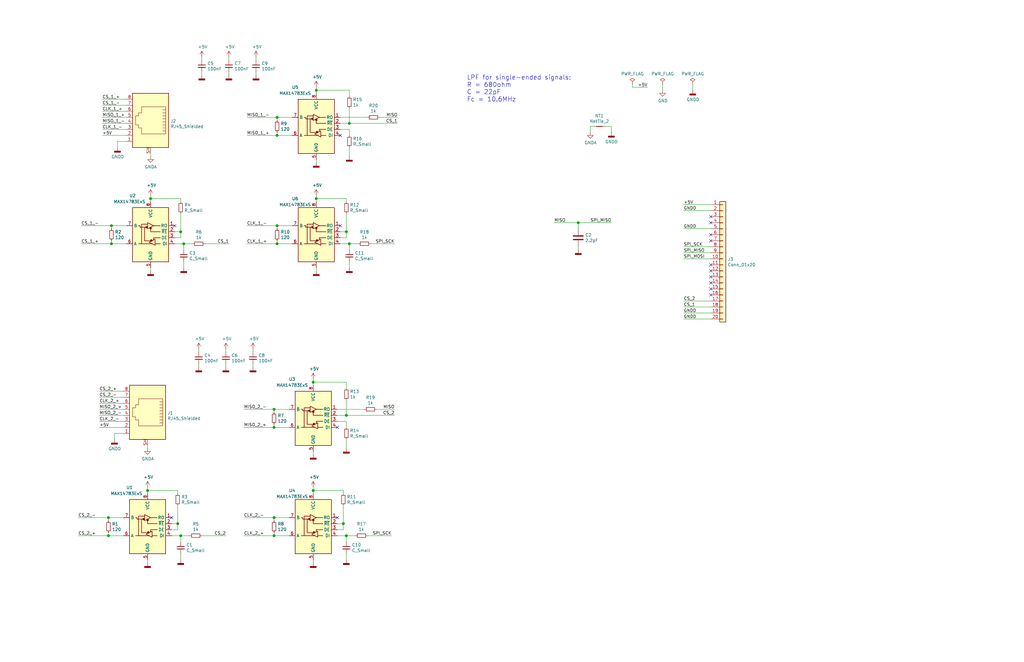
<source format=kicad_sch>
(kicad_sch (version 20200828) (generator eeschema)
  (page 1 1)
  (paper "B")
  (title_block (title "Differential SPI Encoder Master") (date "2019-11-06") (rev "2"))
  (lib_symbols
    (symbol "Connector:RJ45_Shielded" (pin_names (offset 1.016))
      (property "Reference" "J" (at -5.08 13.97 0))
      (property "Value" "RJ45_Shielded" (at 2.54 13.97 0))
      (symbol "RJ45_Shielded_0_1"
        (rectangle (start 7.62 12.7) (end -7.62 -10.16) (stroke (width 0.254)) (fill (type background)))
        (polyline (pts (xy -5.08 4.445) (xy -6.35 4.445)))
        (polyline (pts (xy -5.08 5.715) (xy -6.35 5.715)))
        (polyline (pts (xy -6.35 -3.175) (xy -5.08 -3.175) (xy -5.08 -3.175)))
        (polyline (pts (xy -6.35 -1.905) (xy -5.08 -1.905) (xy -5.08 -1.905)))
        (polyline (pts (xy -6.35 -0.635) (xy -5.08 -0.635) (xy -5.08 -0.635)))
        (polyline (pts (xy -6.35 0.635) (xy -5.08 0.635) (xy -5.08 0.635)))
        (polyline (pts (xy -6.35 1.905) (xy -5.08 1.905) (xy -5.08 1.905)))
        (polyline (pts (xy -5.08 3.175) (xy -6.35 3.175) (xy -6.35 3.175)))
        (polyline (pts (xy -6.35 -4.445) (xy -6.35 6.985) (xy 3.81 6.985) (xy 3.81 4.445) (xy 5.08 4.445) (xy 5.08 3.175) (xy 6.35 3.175) (xy 6.35 -0.635) (xy 5.08 -0.635) (xy 5.08 -1.905) (xy 3.81 -1.905) (xy 3.81 -4.445) (xy -6.35 -4.445) (xy -6.35 -4.445)))
      )
      (symbol "RJ45_Shielded_1_1"
        (pin passive line (at 10.16 -7.62 180) (length 2.54) (name "~") (number "1"))
        (pin passive line (at 10.16 -5.08 180) (length 2.54) (name "~") (number "2"))
        (pin passive line (at 10.16 -2.54 180) (length 2.54) (name "~") (number "3"))
        (pin passive line (at 10.16 0 180) (length 2.54) (name "~") (number "4"))
        (pin passive line (at 10.16 2.54 180) (length 2.54) (name "~") (number "5"))
        (pin passive line (at 10.16 5.08 180) (length 2.54) (name "~") (number "6"))
        (pin passive line (at 10.16 7.62 180) (length 2.54) (name "~") (number "7"))
        (pin passive line (at 10.16 10.16 180) (length 2.54) (name "~") (number "8"))
        (pin passive line (at 0 -12.7 90) (length 2.54) (name "~") (number "SH"))
      )
    )
    (symbol "Connector_Generic:Conn_01x20" (pin_names (offset 1.016) hide)
      (property "Reference" "J" (at 0 25.4 0))
      (property "Value" "Conn_01x20" (at 0 -27.94 0))
      (symbol "Conn_01x20_1_1"
        (rectangle (start -1.27 -4.953) (end 0 -5.207) (stroke (width 0.1524)))
        (rectangle (start -1.27 -7.493) (end 0 -7.747) (stroke (width 0.1524)))
        (rectangle (start -1.27 -10.033) (end 0 -10.287) (stroke (width 0.1524)))
        (rectangle (start -1.27 -12.573) (end 0 -12.827) (stroke (width 0.1524)))
        (rectangle (start -1.27 -15.113) (end 0 -15.367) (stroke (width 0.1524)))
        (rectangle (start -1.27 -17.653) (end 0 -17.907) (stroke (width 0.1524)))
        (rectangle (start -1.27 -20.193) (end 0 -20.447) (stroke (width 0.1524)))
        (rectangle (start -1.27 -22.733) (end 0 -22.987) (stroke (width 0.1524)))
        (rectangle (start -1.27 -2.413) (end 0 -2.667) (stroke (width 0.1524)))
        (rectangle (start -1.27 -25.273) (end 0 -25.527) (stroke (width 0.1524)))
        (rectangle (start -1.27 2.667) (end 0 2.413) (stroke (width 0.1524)))
        (rectangle (start -1.27 5.207) (end 0 4.953) (stroke (width 0.1524)))
        (rectangle (start -1.27 7.747) (end 0 7.493) (stroke (width 0.1524)))
        (rectangle (start -1.27 10.287) (end 0 10.033) (stroke (width 0.1524)))
        (rectangle (start -1.27 0.127) (end 0 -0.127) (stroke (width 0.1524)))
        (rectangle (start -1.27 12.827) (end 0 12.573) (stroke (width 0.1524)))
        (rectangle (start -1.27 15.367) (end 0 15.113) (stroke (width 0.1524)))
        (rectangle (start -1.27 17.907) (end 0 17.653) (stroke (width 0.1524)))
        (rectangle (start -1.27 20.447) (end 0 20.193) (stroke (width 0.1524)))
        (rectangle (start -1.27 22.987) (end 0 22.733) (stroke (width 0.1524)))
        (rectangle (start -1.27 24.13) (end 1.27 -26.67) (stroke (width 0.254)) (fill (type background)))
        (pin passive line (at -5.08 22.86 0) (length 3.81) (name "Pin_1") (number "1"))
        (pin passive line (at -5.08 0 0) (length 3.81) (name "Pin_10") (number "10"))
        (pin passive line (at -5.08 -2.54 0) (length 3.81) (name "Pin_11") (number "11"))
        (pin passive line (at -5.08 -5.08 0) (length 3.81) (name "Pin_12") (number "12"))
        (pin passive line (at -5.08 -7.62 0) (length 3.81) (name "Pin_13") (number "13"))
        (pin passive line (at -5.08 -10.16 0) (length 3.81) (name "Pin_14") (number "14"))
        (pin passive line (at -5.08 -12.7 0) (length 3.81) (name "Pin_15") (number "15"))
        (pin passive line (at -5.08 -15.24 0) (length 3.81) (name "Pin_16") (number "16"))
        (pin passive line (at -5.08 -17.78 0) (length 3.81) (name "Pin_17") (number "17"))
        (pin passive line (at -5.08 -20.32 0) (length 3.81) (name "Pin_18") (number "18"))
        (pin passive line (at -5.08 -22.86 0) (length 3.81) (name "Pin_19") (number "19"))
        (pin passive line (at -5.08 20.32 0) (length 3.81) (name "Pin_2") (number "2"))
        (pin passive line (at -5.08 -25.4 0) (length 3.81) (name "Pin_20") (number "20"))
        (pin passive line (at -5.08 17.78 0) (length 3.81) (name "Pin_3") (number "3"))
        (pin passive line (at -5.08 15.24 0) (length 3.81) (name "Pin_4") (number "4"))
        (pin passive line (at -5.08 12.7 0) (length 3.81) (name "Pin_5") (number "5"))
        (pin passive line (at -5.08 10.16 0) (length 3.81) (name "Pin_6") (number "6"))
        (pin passive line (at -5.08 7.62 0) (length 3.81) (name "Pin_7") (number "7"))
        (pin passive line (at -5.08 5.08 0) (length 3.81) (name "Pin_8") (number "8"))
        (pin passive line (at -5.08 2.54 0) (length 3.81) (name "Pin_9") (number "9"))
      )
    )
    (symbol "Device:C" (pin_numbers hide) (pin_names (offset 0.254))
      (property "Reference" "C" (at 0.635 2.54 0))
      (property "Value" "C" (at 0.635 -2.54 0))
      (symbol "C_0_1"
        (polyline (pts (xy -2.032 -0.762) (xy 2.032 -0.762)) (stroke (width 0.508)))
        (polyline (pts (xy -2.032 0.762) (xy 2.032 0.762)) (stroke (width 0.508)))
      )
      (symbol "C_1_1"
        (pin passive line (at 0 3.81 270) (length 2.794) (name "~") (number "1"))
        (pin passive line (at 0 -3.81 90) (length 2.794) (name "~") (number "2"))
      )
    )
    (symbol "Device:C_Small" (pin_numbers hide) (pin_names (offset 0.254) hide)
      (property "Reference" "C" (at 0.254 1.778 0))
      (property "Value" "C_Small" (at 0.254 -2.032 0))
      (symbol "C_Small_0_1"
        (polyline (pts (xy -1.524 -0.508) (xy 1.524 -0.508)) (stroke (width 0.3302)))
        (polyline (pts (xy -1.524 0.508) (xy 1.524 0.508)) (stroke (width 0.3048)))
      )
      (symbol "C_Small_1_1"
        (pin passive line (at 0 2.54 270) (length 2.032) (name "~") (number "1"))
        (pin passive line (at 0 -2.54 90) (length 2.032) (name "~") (number "2"))
      )
    )
    (symbol "Device:NetTie_2" (pin_numbers hide) (pin_names (offset 0) hide)
      (property "Reference" "NT" (at 0 1.27 0))
      (property "Value" "NetTie_2" (at 0 -1.27 0))
      (symbol "NetTie_2_0_1"
        (polyline (pts (xy -1.27 0) (xy 1.27 0)) (stroke (width 0.254)))
      )
      (symbol "NetTie_2_1_1"
        (pin passive line (at -2.54 0 0) (length 2.54) (name "1") (number "1"))
        (pin passive line (at 2.54 0 180) (length 2.54) (name "2") (number "2"))
      )
    )
    (symbol "Device:R_Small" (pin_numbers hide) (pin_names (offset 0.254) hide)
      (property "Reference" "R" (at 0.762 0.508 0))
      (property "Value" "R_Small" (at 0.762 -1.016 0))
      (symbol "R_Small_0_1"
        (rectangle (start -0.762 1.778) (end 0.762 -1.778) (stroke (width 0.2032)))
      )
      (symbol "R_Small_1_1"
        (pin passive line (at 0 2.54 270) (length 0.762) (name "~") (number "1"))
        (pin passive line (at 0 -2.54 90) (length 0.762) (name "~") (number "2"))
      )
    )
    (symbol "Interface_UART:MAX14783ExS"
      (property "Reference" "U" (at -6.096 11.43 0))
      (property "Value" "MAX14783ExS" (at 0.762 11.43 0))
      (symbol "MAX14783ExS_0_1"
        (circle (center -0.3048 -3.683) (radius 0.3556) (stroke (width 0.254)) (fill (type outline)))
        (circle (center -0.0254 1.4986) (radius 0.3556) (stroke (width 0.254)) (fill (type outline)))
        (circle (center 1.651 1.905) (radius 0.3556) (stroke (width 0.254)) (fill (type outline)))
        (rectangle (start -7.62 10.16) (end 7.62 -12.7) (stroke (width 0.254)) (fill (type background)))
        (rectangle (start 1.27 3.175) (end 1.27 3.175))
        (polyline (pts (xy -4.064 -5.08) (xy -1.905 -5.08)) (stroke (width 0.254)))
        (polyline (pts (xy -4.064 2.54) (xy -1.27 2.54)) (stroke (width 0.254)))
        (polyline (pts (xy -1.27 -3.2004) (xy -1.27 -3.4544)) (stroke (width 0.254)))
        (polyline (pts (xy -0.635 -5.08) (xy 5.08 -5.08)) (stroke (width 0.254)))
        (polyline (pts (xy -4.064 -2.54) (xy -1.27 -2.54) (xy -1.27 -3.175)) (stroke (width 0.254)))
        (polyline (pts (xy 0 1.27) (xy 0 0) (xy -4.064 0)) (stroke (width 0.254)))
        (polyline (pts (xy 1.27 3.175) (xy 3.81 3.175) (xy 3.81 -5.08)) (stroke (width 0.254)))
        (polyline (pts (xy 2.54 1.905) (xy 2.54 -3.81) (xy 0 -3.81)) (stroke (width 0.254)))
        (polyline (pts (xy -1.905 -3.175) (xy -1.905 -5.715) (xy 0.635 -4.445) (xy -1.905 -3.175)) (stroke (width 0.254)))
        (polyline (pts (xy -1.27 2.54) (xy 1.27 3.81) (xy 1.27 1.27) (xy -1.27 2.54)) (stroke (width 0.254)))
        (polyline (pts (xy 1.905 1.905) (xy 4.445 1.905) (xy 4.445 2.54) (xy 5.08 2.54)) (stroke (width 0.254)))
      )
      (symbol "MAX14783ExS_1_1"
        (pin output line (at -10.16 2.54 0) (length 2.54) (name "RO") (number "1"))
        (pin input line (at -10.16 0 0) (length 2.54) (name "~RE") (number "2"))
        (pin input line (at -10.16 -2.54 0) (length 2.54) (name "DE") (number "3"))
        (pin input line (at -10.16 -5.08 0) (length 2.54) (name "DI") (number "4"))
        (pin power_in line (at 0 -15.24 90) (length 2.54) (name "GND") (number "5"))
        (pin bidirectional line (at 10.16 -5.08 180) (length 2.54) (name "A") (number "6"))
        (pin bidirectional line (at 10.16 2.54 180) (length 2.54) (name "B") (number "7"))
        (pin power_in line (at 0 12.7 270) (length 2.54) (name "VCC") (number "8"))
      )
    )
    (symbol "power:+5V" (power) (pin_names (offset 0))
      (property "Value" "+5V" (at 0 3.556 0))
      (symbol "+5V_0_1"
        (polyline (pts (xy -0.762 1.27) (xy 0 2.54)))
        (polyline (pts (xy 0 0) (xy 0 2.54)))
        (polyline (pts (xy 0 2.54) (xy 0.762 1.27)))
      )
      (symbol "+5V_1_1"
        (pin power_in line (at 0 0 90) (length 0) hide (name "+5V") (number "1"))
      )
    )
    (symbol "power:GND" (power) (pin_names (offset 0))
      (property "Value" "GND" (at 0 -3.81 0))
      (symbol "GND_0_1"
        (polyline (pts (xy 0 0) (xy 0 -1.27) (xy 1.27 -1.27) (xy 0 -2.54) (xy -1.27 -1.27) (xy 0 -1.27)))
      )
      (symbol "GND_1_1"
        (pin power_in line (at 0 0 270) (length 0) hide (name "GND") (number "1"))
      )
    )
    (symbol "power:GNDA" (power) (pin_names (offset 0))
      (property "Value" "GNDA" (at 0 -3.81 0))
      (symbol "GNDA_0_1"
        (polyline (pts (xy 0 0) (xy 0 -1.27) (xy 1.27 -1.27) (xy 0 -2.54) (xy -1.27 -1.27) (xy 0 -1.27)))
      )
      (symbol "GNDA_1_1"
        (pin power_in line (at 0 0 270) (length 0) hide (name "GNDA") (number "1"))
      )
    )
    (symbol "power:GNDD" (power) (pin_names (offset 0))
      (property "Value" "GNDD" (at 0 -3.175 0))
      (symbol "GNDD_0_1"
        (rectangle (start -1.27 -1.524) (end 1.27 -2.032) (stroke (width 0.254)) (fill (type outline)))
        (polyline (pts (xy 0 0) (xy 0 -1.524)))
      )
      (symbol "GNDD_1_1"
        (pin power_in line (at 0 0 270) (length 0) hide (name "GNDD") (number "1"))
      )
    )
    (symbol "power:PWR_FLAG" (power) (pin_numbers hide) (pin_names (offset 0) hide)
      (property "Value" "PWR_FLAG" (at 0 3.81 0))
      (symbol "PWR_FLAG_0_1"
        (polyline (pts (xy 0 0) (xy 0 1.27) (xy -1.016 1.905) (xy 0 2.54) (xy 1.016 1.905) (xy 0 1.27)))
      )
      (symbol "PWR_FLAG_0_0"
        (pin power_out line (at 0 0 90) (length 0) (name "pwr") (number "1"))
      )
    )
  )
  (junction (at 45.72 218.44) (diameter 1.016))
  (junction (at 45.72 226.06) (diameter 1.016))
  (junction (at 46.99 95.25) (diameter 1.016))
  (junction (at 46.99 102.87) (diameter 1.016))
  (junction (at 62.23 207.01) (diameter 1.016))
  (junction (at 63.5 83.82) (diameter 1.016))
  (junction (at 74.93 220.98) (diameter 1.016))
  (junction (at 76.2 97.79) (diameter 1.016))
  (junction (at 76.2 226.06) (diameter 1.016))
  (junction (at 77.47 102.87) (diameter 1.016))
  (junction (at 115.57 172.72) (diameter 1.016))
  (junction (at 115.57 180.34) (diameter 1.016))
  (junction (at 115.57 218.44) (diameter 1.016))
  (junction (at 115.57 226.06) (diameter 1.016))
  (junction (at 116.84 49.53) (diameter 1.016))
  (junction (at 116.84 57.15) (diameter 1.016))
  (junction (at 116.84 95.25) (diameter 1.016))
  (junction (at 116.84 102.87) (diameter 1.016))
  (junction (at 132.08 161.29) (diameter 1.016))
  (junction (at 132.08 207.01) (diameter 1.016))
  (junction (at 133.35 38.1) (diameter 1.016))
  (junction (at 133.35 83.82) (diameter 1.016))
  (junction (at 144.78 220.98) (diameter 1.016))
  (junction (at 146.05 97.79) (diameter 1.016))
  (junction (at 146.05 175.26) (diameter 1.016))
  (junction (at 146.05 226.06) (diameter 1.016))
  (junction (at 147.32 52.07) (diameter 1.016))
  (junction (at 147.32 102.87) (diameter 1.016))
  (junction (at 243.84 93.98) (diameter 1.016))
  (no_connect (at 299.72 119.38))
  (no_connect (at 299.72 91.44))
  (no_connect (at 299.72 121.92))
  (no_connect (at 72.39 218.44))
  (no_connect (at 299.72 116.84))
  (no_connect (at 142.24 218.44))
  (no_connect (at 299.72 99.06))
  (no_connect (at 299.72 111.76))
  (no_connect (at 142.24 180.34))
  (no_connect (at 143.51 95.25))
  (no_connect (at 73.66 95.25))
  (no_connect (at 299.72 93.98))
  (no_connect (at 299.72 101.6))
  (no_connect (at 299.72 114.3))
  (no_connect (at 143.51 57.15))
  (no_connect (at 299.72 124.46))
  (wire (pts (xy 41.91 165.1) (xy 52.07 165.1)))
  (wire (pts (xy 41.91 167.64) (xy 52.07 167.64)))
  (wire (pts (xy 41.91 170.18) (xy 52.07 170.18)))
  (wire (pts (xy 41.91 172.72) (xy 52.07 172.72)))
  (wire (pts (xy 41.91 175.26) (xy 52.07 175.26)))
  (wire (pts (xy 41.91 177.8) (xy 52.07 177.8)))
  (wire (pts (xy 41.91 180.34) (xy 52.07 180.34)))
  (wire (pts (xy 43.18 41.91) (xy 53.34 41.91)))
  (wire (pts (xy 43.18 44.45) (xy 53.34 44.45)))
  (wire (pts (xy 43.18 46.99) (xy 53.34 46.99)))
  (wire (pts (xy 43.18 49.53) (xy 53.34 49.53)))
  (wire (pts (xy 43.18 52.07) (xy 53.34 52.07)))
  (wire (pts (xy 43.18 54.61) (xy 53.34 54.61)))
  (wire (pts (xy 43.18 57.15) (xy 53.34 57.15)))
  (wire (pts (xy 45.72 218.44) (xy 33.02 218.44)))
  (wire (pts (xy 45.72 218.44) (xy 52.07 218.44)))
  (wire (pts (xy 45.72 219.71) (xy 45.72 218.44)))
  (wire (pts (xy 45.72 224.79) (xy 45.72 226.06)))
  (wire (pts (xy 45.72 226.06) (xy 33.02 226.06)))
  (wire (pts (xy 45.72 226.06) (xy 52.07 226.06)))
  (wire (pts (xy 46.99 95.25) (xy 34.29 95.25)))
  (wire (pts (xy 46.99 95.25) (xy 53.34 95.25)))
  (wire (pts (xy 46.99 96.52) (xy 46.99 95.25)))
  (wire (pts (xy 46.99 101.6) (xy 46.99 102.87)))
  (wire (pts (xy 46.99 102.87) (xy 34.29 102.87)))
  (wire (pts (xy 46.99 102.87) (xy 53.34 102.87)))
  (wire (pts (xy 48.26 182.88) (xy 52.07 182.88)))
  (wire (pts (xy 48.26 185.42) (xy 48.26 182.88)))
  (wire (pts (xy 49.53 59.69) (xy 53.34 59.69)))
  (wire (pts (xy 49.53 62.23) (xy 49.53 59.69)))
  (wire (pts (xy 62.23 189.23) (xy 62.23 187.96)))
  (wire (pts (xy 62.23 205.74) (xy 62.23 207.01)))
  (wire (pts (xy 62.23 207.01) (xy 62.23 208.28)))
  (wire (pts (xy 62.23 236.22) (xy 62.23 237.49)))
  (wire (pts (xy 63.5 66.04) (xy 63.5 64.77)))
  (wire (pts (xy 63.5 82.55) (xy 63.5 83.82)))
  (wire (pts (xy 63.5 83.82) (xy 63.5 85.09)))
  (wire (pts (xy 63.5 113.03) (xy 63.5 114.3)))
  (wire (pts (xy 72.39 220.98) (xy 74.93 220.98)))
  (wire (pts (xy 72.39 226.06) (xy 76.2 226.06)))
  (wire (pts (xy 73.66 97.79) (xy 76.2 97.79)))
  (wire (pts (xy 73.66 102.87) (xy 77.47 102.87)))
  (wire (pts (xy 74.93 207.01) (xy 62.23 207.01)))
  (wire (pts (xy 74.93 208.28) (xy 74.93 207.01)))
  (wire (pts (xy 74.93 213.36) (xy 74.93 220.98)))
  (wire (pts (xy 74.93 220.98) (xy 74.93 223.52)))
  (wire (pts (xy 74.93 223.52) (xy 72.39 223.52)))
  (wire (pts (xy 76.2 83.82) (xy 63.5 83.82)))
  (wire (pts (xy 76.2 85.09) (xy 76.2 83.82)))
  (wire (pts (xy 76.2 90.17) (xy 76.2 97.79)))
  (wire (pts (xy 76.2 97.79) (xy 76.2 100.33)))
  (wire (pts (xy 76.2 100.33) (xy 73.66 100.33)))
  (wire (pts (xy 76.2 228.6) (xy 76.2 226.06)))
  (wire (pts (xy 76.2 236.22) (xy 76.2 233.68)))
  (wire (pts (xy 77.47 105.41) (xy 77.47 102.87)))
  (wire (pts (xy 77.47 113.03) (xy 77.47 110.49)))
  (wire (pts (xy 80.01 226.06) (xy 76.2 226.06)))
  (wire (pts (xy 81.28 102.87) (xy 77.47 102.87)))
  (wire (pts (xy 83.82 147.32) (xy 83.82 148.59)))
  (wire (pts (xy 83.82 154.94) (xy 83.82 153.67)))
  (wire (pts (xy 85.09 24.13) (xy 85.09 25.4)))
  (wire (pts (xy 85.09 31.75) (xy 85.09 30.48)))
  (wire (pts (xy 85.09 226.06) (xy 95.25 226.06)))
  (wire (pts (xy 86.36 102.87) (xy 96.52 102.87)))
  (wire (pts (xy 95.25 147.32) (xy 95.25 148.59)))
  (wire (pts (xy 95.25 153.67) (xy 95.25 154.94)))
  (wire (pts (xy 96.52 24.13) (xy 96.52 25.4)))
  (wire (pts (xy 96.52 30.48) (xy 96.52 31.75)))
  (wire (pts (xy 106.68 147.32) (xy 106.68 148.59)))
  (wire (pts (xy 106.68 154.94) (xy 106.68 153.67)))
  (wire (pts (xy 107.95 24.13) (xy 107.95 25.4)))
  (wire (pts (xy 107.95 31.75) (xy 107.95 30.48)))
  (wire (pts (xy 115.57 172.72) (xy 102.87 172.72)))
  (wire (pts (xy 115.57 172.72) (xy 121.92 172.72)))
  (wire (pts (xy 115.57 173.99) (xy 115.57 172.72)))
  (wire (pts (xy 115.57 179.07) (xy 115.57 180.34)))
  (wire (pts (xy 115.57 180.34) (xy 102.87 180.34)))
  (wire (pts (xy 115.57 180.34) (xy 121.92 180.34)))
  (wire (pts (xy 115.57 218.44) (xy 102.87 218.44)))
  (wire (pts (xy 115.57 218.44) (xy 121.92 218.44)))
  (wire (pts (xy 115.57 219.71) (xy 115.57 218.44)))
  (wire (pts (xy 115.57 224.79) (xy 115.57 226.06)))
  (wire (pts (xy 115.57 226.06) (xy 102.87 226.06)))
  (wire (pts (xy 115.57 226.06) (xy 121.92 226.06)))
  (wire (pts (xy 116.84 49.53) (xy 104.14 49.53)))
  (wire (pts (xy 116.84 49.53) (xy 123.19 49.53)))
  (wire (pts (xy 116.84 50.8) (xy 116.84 49.53)))
  (wire (pts (xy 116.84 55.88) (xy 116.84 57.15)))
  (wire (pts (xy 116.84 57.15) (xy 104.14 57.15)))
  (wire (pts (xy 116.84 57.15) (xy 123.19 57.15)))
  (wire (pts (xy 116.84 95.25) (xy 104.14 95.25)))
  (wire (pts (xy 116.84 95.25) (xy 123.19 95.25)))
  (wire (pts (xy 116.84 96.52) (xy 116.84 95.25)))
  (wire (pts (xy 116.84 101.6) (xy 116.84 102.87)))
  (wire (pts (xy 116.84 102.87) (xy 104.14 102.87)))
  (wire (pts (xy 116.84 102.87) (xy 123.19 102.87)))
  (wire (pts (xy 132.08 160.02) (xy 132.08 161.29)))
  (wire (pts (xy 132.08 161.29) (xy 132.08 162.56)))
  (wire (pts (xy 132.08 190.5) (xy 132.08 191.77)))
  (wire (pts (xy 132.08 205.74) (xy 132.08 207.01)))
  (wire (pts (xy 132.08 207.01) (xy 132.08 208.28)))
  (wire (pts (xy 132.08 236.22) (xy 132.08 237.49)))
  (wire (pts (xy 133.35 36.83) (xy 133.35 38.1)))
  (wire (pts (xy 133.35 38.1) (xy 133.35 39.37)))
  (wire (pts (xy 133.35 67.31) (xy 133.35 68.58)))
  (wire (pts (xy 133.35 82.55) (xy 133.35 83.82)))
  (wire (pts (xy 133.35 83.82) (xy 133.35 85.09)))
  (wire (pts (xy 133.35 113.03) (xy 133.35 114.3)))
  (wire (pts (xy 142.24 172.72) (xy 153.67 172.72)))
  (wire (pts (xy 142.24 175.26) (xy 146.05 175.26)))
  (wire (pts (xy 142.24 220.98) (xy 144.78 220.98)))
  (wire (pts (xy 142.24 226.06) (xy 146.05 226.06)))
  (wire (pts (xy 143.51 49.53) (xy 154.94 49.53)))
  (wire (pts (xy 143.51 52.07) (xy 147.32 52.07)))
  (wire (pts (xy 143.51 97.79) (xy 146.05 97.79)))
  (wire (pts (xy 143.51 102.87) (xy 147.32 102.87)))
  (wire (pts (xy 144.78 207.01) (xy 132.08 207.01)))
  (wire (pts (xy 144.78 208.28) (xy 144.78 207.01)))
  (wire (pts (xy 144.78 213.36) (xy 144.78 220.98)))
  (wire (pts (xy 144.78 220.98) (xy 144.78 223.52)))
  (wire (pts (xy 144.78 223.52) (xy 142.24 223.52)))
  (wire (pts (xy 146.05 83.82) (xy 133.35 83.82)))
  (wire (pts (xy 146.05 85.09) (xy 146.05 83.82)))
  (wire (pts (xy 146.05 90.17) (xy 146.05 97.79)))
  (wire (pts (xy 146.05 97.79) (xy 146.05 100.33)))
  (wire (pts (xy 146.05 100.33) (xy 143.51 100.33)))
  (wire (pts (xy 146.05 161.29) (xy 132.08 161.29)))
  (wire (pts (xy 146.05 163.83) (xy 146.05 161.29)))
  (wire (pts (xy 146.05 168.91) (xy 146.05 175.26)))
  (wire (pts (xy 146.05 175.26) (xy 166.37 175.26)))
  (wire (pts (xy 146.05 177.8) (xy 142.24 177.8)))
  (wire (pts (xy 146.05 180.34) (xy 146.05 177.8)))
  (wire (pts (xy 146.05 185.42) (xy 146.05 189.23)))
  (wire (pts (xy 146.05 228.6) (xy 146.05 226.06)))
  (wire (pts (xy 146.05 236.22) (xy 146.05 233.68)))
  (wire (pts (xy 147.32 38.1) (xy 133.35 38.1)))
  (wire (pts (xy 147.32 40.64) (xy 147.32 38.1)))
  (wire (pts (xy 147.32 45.72) (xy 147.32 52.07)))
  (wire (pts (xy 147.32 52.07) (xy 167.64 52.07)))
  (wire (pts (xy 147.32 54.61) (xy 143.51 54.61)))
  (wire (pts (xy 147.32 57.15) (xy 147.32 54.61)))
  (wire (pts (xy 147.32 62.23) (xy 147.32 66.04)))
  (wire (pts (xy 147.32 105.41) (xy 147.32 102.87)))
  (wire (pts (xy 147.32 113.03) (xy 147.32 110.49)))
  (wire (pts (xy 149.86 226.06) (xy 146.05 226.06)))
  (wire (pts (xy 151.13 102.87) (xy 147.32 102.87)))
  (wire (pts (xy 154.94 226.06) (xy 165.1 226.06)))
  (wire (pts (xy 156.21 102.87) (xy 166.37 102.87)))
  (wire (pts (xy 158.75 172.72) (xy 166.37 172.72)))
  (wire (pts (xy 160.02 49.53) (xy 167.64 49.53)))
  (wire (pts (xy 233.68 93.98) (xy 243.84 93.98)))
  (wire (pts (xy 243.84 96.52) (xy 243.84 93.98)))
  (wire (pts (xy 243.84 105.41) (xy 243.84 104.14)))
  (wire (pts (xy 248.92 53.34) (xy 250.19 53.34)))
  (wire (pts (xy 248.92 55.88) (xy 248.92 53.34)))
  (wire (pts (xy 255.27 53.34) (xy 257.81 53.34)))
  (wire (pts (xy 257.81 53.34) (xy 257.81 55.88)))
  (wire (pts (xy 257.81 93.98) (xy 243.84 93.98)))
  (wire (pts (xy 266.7 36.83) (xy 266.7 35.56)))
  (wire (pts (xy 273.05 36.83) (xy 266.7 36.83)))
  (wire (pts (xy 279.4 38.1) (xy 279.4 35.56)))
  (wire (pts (xy 288.29 86.36) (xy 299.72 86.36)))
  (wire (pts (xy 288.29 88.9) (xy 299.72 88.9)))
  (wire (pts (xy 288.29 96.52) (xy 299.72 96.52)))
  (wire (pts (xy 288.29 104.14) (xy 299.72 104.14)))
  (wire (pts (xy 288.29 106.68) (xy 299.72 106.68)))
  (wire (pts (xy 288.29 109.22) (xy 299.72 109.22)))
  (wire (pts (xy 288.29 127) (xy 299.72 127)))
  (wire (pts (xy 288.29 129.54) (xy 299.72 129.54)))
  (wire (pts (xy 288.29 132.08) (xy 299.72 132.08)))
  (wire (pts (xy 288.29 134.62) (xy 299.72 134.62)))
  (wire (pts (xy 292.1 35.56) (xy 292.1 38.1)))
  (text "LPF for single-ended signals:\nR = 680ohm\nC = 22pF\nFc = 10.6MHz" (at 196.85 43.18 0) (effects (font (size 1.905 1.905)) (justify left bottom)))
  (label "CS_2_-" (at 33.02 218.44 0))
  (label "CS_2_+" (at 33.02 226.06 0))
  (label "CS_1_-" (at 34.29 95.25 0))
  (label "CS_1_+" (at 34.29 102.87 0))
  (label "CS_2_+" (at 41.91 165.1 0))
  (label "CS_2_-" (at 41.91 167.64 0))
  (label "CLK_2_+" (at 41.91 170.18 0))
  (label "MISO_2_+" (at 41.91 172.72 0))
  (label "MISO_2_-" (at 41.91 175.26 0))
  (label "CLK_2_-" (at 41.91 177.8 0))
  (label "+5V" (at 41.91 180.34 0))
  (label "CS_1_+" (at 43.18 41.91 0))
  (label "CS_1_-" (at 43.18 44.45 0))
  (label "CLK_1_+" (at 43.18 46.99 0))
  (label "MISO_1_+" (at 43.18 49.53 0))
  (label "MISO_1_-" (at 43.18 52.07 0))
  (label "CLK_1_-" (at 43.18 54.61 0))
  (label "+5V" (at 43.18 57.15 0))
  (label "CS_2" (at 95.25 226.06 180))
  (label "CS_1" (at 96.52 102.87 180))
  (label "MISO_2_-" (at 102.87 172.72 0))
  (label "MISO_2_+" (at 102.87 180.34 0))
  (label "CLK_2_-" (at 102.87 218.44 0))
  (label "CLK_2_+" (at 102.87 226.06 0))
  (label "MISO_1_-" (at 104.14 49.53 0))
  (label "MISO_1_+" (at 104.14 57.15 0))
  (label "CLK_1_-" (at 104.14 95.25 0))
  (label "CLK_1_+" (at 104.14 102.87 0))
  (label "SPI_SCK" (at 165.1 226.06 180))
  (label "SPI_SCK" (at 166.37 102.87 180))
  (label "MISO" (at 166.37 172.72 180))
  (label "CS_2" (at 166.37 175.26 180))
  (label "MISO" (at 167.64 49.53 180))
  (label "CS_1" (at 167.64 52.07 180))
  (label "MISO" (at 233.68 93.98 0))
  (label "SPI_MISO" (at 257.81 93.98 180))
  (label "+5V" (at 273.05 36.83 180))
  (label "+5V" (at 288.29 86.36 0))
  (label "GNDD" (at 288.29 88.9 0))
  (label "GNDD" (at 288.29 96.52 0))
  (label "SPI_SCK" (at 288.29 104.14 0))
  (label "SPI_MISO" (at 288.29 106.68 0))
  (label "SPI_MOSI" (at 288.29 109.22 0))
  (label "CS_2" (at 288.29 127 0))
  (label "CS_1" (at 288.29 129.54 0))
  (label "GNDD" (at 288.29 132.08 0))
  (label "GNDD" (at 288.29 134.62 0))
  (symbol (lib_id "Device:NetTie_2") (at 252.73 53.34 0) (unit 1)
    (property "Reference" "NT1" (at 252.73 48.8758 0))
    (property "Value" "NetTie_2" (at 252.73 51.1745 0))
    (property "Footprint" "NetTie:NetTie-2_SMD_Pad0.5mm" (effects hide))
  )
  (symbol (lib_id "power:PWR_FLAG") (at 266.7 35.56 0) (unit 1)
    (property "Reference" "#FLG0101" (effects hide))
    (property "Value" "PWR_FLAG" (at 266.7 31.1658 0))
  )
  (symbol (lib_id "power:PWR_FLAG") (at 279.4 35.56 0) (unit 1)
    (property "Reference" "#FLG0102" (effects hide))
    (property "Value" "PWR_FLAG" (at 279.4 31.1658 0))
  )
  (symbol (lib_id "power:PWR_FLAG") (at 292.1 35.56 0) (unit 1)
    (property "Reference" "#FLG0103" (effects hide))
    (property "Value" "PWR_FLAG" (at 292.1 31.1658 0))
  )
  (symbol (lib_id "power:+5V") (at 62.23 205.74 0) (unit 1)
    (property "Reference" "#PWR04" (effects hide))
    (property "Value" "+5V" (at 62.611 201.3458 0))
  )
  (symbol (lib_id "power:+5V") (at 63.5 82.55 0) (unit 1)
    (property "Reference" "#PWR08" (effects hide))
    (property "Value" "+5V" (at 63.881 78.1558 0))
  )
  (symbol (lib_id "power:+5V") (at 83.82 147.32 0) (unit 1)
    (property "Reference" "#PWR012" (effects hide))
    (property "Value" "+5V" (at 84.201 142.9258 0))
  )
  (symbol (lib_id "power:+5V") (at 85.09 24.13 0) (unit 1)
    (property "Reference" "#PWR016" (effects hide))
    (property "Value" "+5V" (at 85.471 19.7358 0))
  )
  (symbol (lib_id "power:+5V") (at 95.25 147.32 0) (unit 1)
    (property "Reference" "#PWR018" (effects hide))
    (property "Value" "+5V" (at 95.631 142.9258 0))
  )
  (symbol (lib_id "power:+5V") (at 96.52 24.13 0) (unit 1)
    (property "Reference" "#PWR020" (effects hide))
    (property "Value" "+5V" (at 96.901 19.7358 0))
  )
  (symbol (lib_id "power:+5V") (at 106.68 147.32 0) (unit 1)
    (property "Reference" "#PWR022" (effects hide))
    (property "Value" "+5V" (at 107.061 142.9258 0))
  )
  (symbol (lib_id "power:+5V") (at 107.95 24.13 0) (unit 1)
    (property "Reference" "#PWR024" (effects hide))
    (property "Value" "+5V" (at 108.331 19.7358 0))
  )
  (symbol (lib_id "power:+5V") (at 132.08 160.02 0) (unit 1)
    (property "Reference" "#PWR026" (effects hide))
    (property "Value" "+5V" (at 132.461 155.6258 0))
  )
  (symbol (lib_id "power:+5V") (at 132.08 205.74 0) (unit 1)
    (property "Reference" "#PWR028" (effects hide))
    (property "Value" "+5V" (at 132.461 201.3458 0))
  )
  (symbol (lib_id "power:+5V") (at 133.35 36.83 0) (unit 1)
    (property "Reference" "#PWR030" (effects hide))
    (property "Value" "+5V" (at 133.731 32.4358 0))
  )
  (symbol (lib_id "power:+5V") (at 133.35 82.55 0) (unit 1)
    (property "Reference" "#PWR032" (effects hide))
    (property "Value" "+5V" (at 133.731 78.1558 0))
  )
  (symbol (lib_id "power:GNDD") (at 48.26 185.42 0) (unit 1)
    (property "Reference" "#PWR01" (effects hide))
    (property "Value" "GNDD" (at 48.3616 189.357 0))
  )
  (symbol (lib_id "power:GNDD") (at 49.53 62.23 0) (unit 1)
    (property "Reference" "#PWR02" (effects hide))
    (property "Value" "GNDD" (at 49.6316 66.167 0))
  )
  (symbol (lib_id "power:GNDD") (at 62.23 237.49 0) (unit 1)
    (property "Reference" "#PWR05" (effects hide))
    (property "Value" "GNDD" (effects hide))
  )
  (symbol (lib_id "power:GNDD") (at 63.5 114.3 0) (unit 1)
    (property "Reference" "#PWR09" (effects hide))
    (property "Value" "GNDD" (effects hide))
  )
  (symbol (lib_id "power:GNDD") (at 76.2 236.22 0) (unit 1)
    (property "Reference" "#PWR010" (effects hide))
    (property "Value" "GNDD" (effects hide))
  )
  (symbol (lib_id "power:GNDD") (at 77.47 113.03 0) (unit 1)
    (property "Reference" "#PWR011" (effects hide))
    (property "Value" "GNDD" (effects hide))
  )
  (symbol (lib_id "power:GNDD") (at 83.82 154.94 0) (unit 1)
    (property "Reference" "#PWR015" (effects hide))
    (property "Value" "GNDD" (effects hide))
  )
  (symbol (lib_id "power:GNDD") (at 85.09 31.75 0) (unit 1)
    (property "Reference" "#PWR017" (effects hide))
    (property "Value" "GNDD" (effects hide))
  )
  (symbol (lib_id "power:GNDD") (at 95.25 154.94 0) (unit 1)
    (property "Reference" "#PWR019" (effects hide))
    (property "Value" "GNDD" (effects hide))
  )
  (symbol (lib_id "power:GNDD") (at 96.52 31.75 0) (unit 1)
    (property "Reference" "#PWR021" (effects hide))
    (property "Value" "GNDD" (effects hide))
  )
  (symbol (lib_id "power:GNDD") (at 106.68 154.94 0) (unit 1)
    (property "Reference" "#PWR023" (effects hide))
    (property "Value" "GNDD" (effects hide))
  )
  (symbol (lib_id "power:GNDD") (at 107.95 31.75 0) (unit 1)
    (property "Reference" "#PWR025" (effects hide))
    (property "Value" "GNDD" (effects hide))
  )
  (symbol (lib_id "power:GNDD") (at 132.08 191.77 0) (unit 1)
    (property "Reference" "#PWR027" (effects hide))
    (property "Value" "GNDD" (effects hide))
  )
  (symbol (lib_id "power:GNDD") (at 132.08 237.49 0) (unit 1)
    (property "Reference" "#PWR029" (effects hide))
    (property "Value" "GNDD" (effects hide))
  )
  (symbol (lib_id "power:GNDD") (at 133.35 68.58 0) (unit 1)
    (property "Reference" "#PWR031" (effects hide))
    (property "Value" "GNDD" (effects hide))
  )
  (symbol (lib_id "power:GNDD") (at 133.35 114.3 0) (unit 1)
    (property "Reference" "#PWR033" (effects hide))
    (property "Value" "GNDD" (effects hide))
  )
  (symbol (lib_id "power:GNDD") (at 146.05 189.23 0) (unit 1)
    (property "Reference" "#PWR034" (effects hide))
    (property "Value" "GNDD" (effects hide))
  )
  (symbol (lib_id "power:GNDD") (at 146.05 236.22 0) (unit 1)
    (property "Reference" "#PWR035" (effects hide))
    (property "Value" "GNDD" (effects hide))
  )
  (symbol (lib_id "power:GNDD") (at 147.32 66.04 0) (unit 1)
    (property "Reference" "#PWR036" (effects hide))
    (property "Value" "GNDD" (effects hide))
  )
  (symbol (lib_id "power:GNDD") (at 147.32 113.03 0) (unit 1)
    (property "Reference" "#PWR037" (effects hide))
    (property "Value" "GNDD" (effects hide))
  )
  (symbol (lib_id "power:GNDD") (at 243.84 105.41 0) (unit 1)
    (property "Reference" "#PWR013" (effects hide))
    (property "Value" "GNDD" (effects hide))
  )
  (symbol (lib_id "power:GNDD") (at 257.81 55.88 0) (unit 1)
    (property "Reference" "#PWR0102" (effects hide))
    (property "Value" "GNDD" (at 257.8608 59.8234 0))
  )
  (symbol (lib_id "power:GNDD") (at 292.1 38.1 0) (unit 1)
    (property "Reference" "#PWR0126" (effects hide))
    (property "Value" "GNDD" (at 292.2016 42.037 0))
  )
  (symbol (lib_id "power:GNDA") (at 62.23 189.23 0) (unit 1)
    (property "Reference" "#PWR03" (effects hide))
    (property "Value" "GNDA" (at 62.357 193.6242 0))
  )
  (symbol (lib_id "power:GNDA") (at 63.5 66.04 0) (unit 1)
    (property "Reference" "#PWR07" (effects hide))
    (property "Value" "GNDA" (at 63.627 70.4342 0))
  )
  (symbol (lib_id "power:GNDA") (at 248.92 55.88 0) (unit 1)
    (property "Reference" "#PWR0101" (effects hide))
    (property "Value" "GNDA" (at 249.0343 60.2044 0))
  )
  (symbol (lib_id "power:GND") (at 279.4 38.1 0) (unit 1)
    (property "Reference" "#PWR0125" (effects hide))
    (property "Value" "GND" (at 279.527 42.4942 0))
  )
  (symbol (lib_id "Device:R_Small") (at 45.72 222.25 0) (mirror y) (unit 1)
    (property "Reference" "R1" (at 47.2187 221.1006 0) (effects (justify right)))
    (property "Value" "120" (at 47.2187 223.3993 0) (effects (justify right)))
    (property "Footprint" "Resistor_SMD:R_0805_2012Metric_Pad1.15x1.40mm_HandSolder" (effects hide))
  )
  (symbol (lib_id "Device:R_Small") (at 46.99 99.06 0) (mirror y) (unit 1)
    (property "Reference" "R2" (at 48.4886 97.8916 0) (effects (justify right)))
    (property "Value" "120" (at 48.4886 100.203 0) (effects (justify right)))
    (property "Footprint" "Resistor_SMD:R_0805_2012Metric_Pad1.15x1.40mm_HandSolder" (effects hide))
  )
  (symbol (lib_id "Device:R_Small") (at 74.93 210.82 0) (mirror y) (unit 1)
    (property "Reference" "R3" (at 76.4286 209.6516 0) (effects (justify right)))
    (property "Value" "R_Small" (at 76.4286 211.963 0) (effects (justify right)))
    (property "Footprint" "Resistor_SMD:R_0805_2012Metric_Pad1.15x1.40mm_HandSolder" (effects hide))
  )
  (symbol (lib_id "Device:R_Small") (at 76.2 87.63 0) (mirror y) (unit 1)
    (property "Reference" "R4" (at 77.6986 86.4616 0) (effects (justify right)))
    (property "Value" "R_Small" (at 77.6986 88.773 0) (effects (justify right)))
    (property "Footprint" "Resistor_SMD:R_0805_2012Metric_Pad1.15x1.40mm_HandSolder" (effects hide))
  )
  (symbol (lib_id "Device:R_Small") (at 82.55 226.06 270) (mirror x) (unit 1)
    (property "Reference" "R5" (at 82.55 221.0816 90))
    (property "Value" "1k" (at 82.55 223.393 90))
    (property "Footprint" "Resistor_SMD:R_0805_2012Metric_Pad1.15x1.40mm_HandSolder" (effects hide))
  )
  (symbol (lib_id "Device:R_Small") (at 83.82 102.87 270) (mirror x) (unit 1)
    (property "Reference" "R6" (at 83.82 97.8916 90))
    (property "Value" "1k" (at 83.82 100.203 90))
    (property "Footprint" "Resistor_SMD:R_0805_2012Metric_Pad1.15x1.40mm_HandSolder" (effects hide))
  )
  (symbol (lib_id "Device:R_Small") (at 115.57 176.53 0) (mirror y) (unit 1)
    (property "Reference" "R7" (at 117.0686 175.3616 0) (effects (justify right)))
    (property "Value" "120" (at 117.0686 177.673 0) (effects (justify right)))
    (property "Footprint" "Resistor_SMD:R_0805_2012Metric_Pad1.15x1.40mm_HandSolder" (effects hide))
  )
  (symbol (lib_id "Device:R_Small") (at 115.57 222.25 0) (mirror y) (unit 1)
    (property "Reference" "R8" (at 117.0686 221.0816 0) (effects (justify right)))
    (property "Value" "120" (at 117.0686 223.393 0) (effects (justify right)))
    (property "Footprint" "Resistor_SMD:R_0805_2012Metric_Pad1.15x1.40mm_HandSolder" (effects hide))
  )
  (symbol (lib_id "Device:R_Small") (at 116.84 53.34 0) (mirror y) (unit 1)
    (property "Reference" "R9" (at 118.3386 52.1716 0) (effects (justify right)))
    (property "Value" "120" (at 118.3386 54.483 0) (effects (justify right)))
    (property "Footprint" "Resistor_SMD:R_0805_2012Metric_Pad1.15x1.40mm_HandSolder" (effects hide))
  )
  (symbol (lib_id "Device:R_Small") (at 116.84 99.06 0) (mirror y) (unit 1)
    (property "Reference" "R10" (at 118.3386 97.8916 0) (effects (justify right)))
    (property "Value" "120" (at 118.3386 100.203 0) (effects (justify right)))
    (property "Footprint" "Resistor_SMD:R_0805_2012Metric_Pad1.15x1.40mm_HandSolder" (effects hide))
  )
  (symbol (lib_id "Device:R_Small") (at 144.78 210.82 0) (mirror y) (unit 1)
    (property "Reference" "R11" (at 146.2786 209.6516 0) (effects (justify right)))
    (property "Value" "R_Small" (at 146.2786 211.963 0) (effects (justify right)))
    (property "Footprint" "Resistor_SMD:R_0805_2012Metric_Pad1.15x1.40mm_HandSolder" (effects hide))
  )
  (symbol (lib_id "Device:R_Small") (at 146.05 87.63 0) (mirror y) (unit 1)
    (property "Reference" "R12" (at 147.5486 86.4616 0) (effects (justify right)))
    (property "Value" "R_Small" (at 147.5486 88.773 0) (effects (justify right)))
    (property "Footprint" "Resistor_SMD:R_0805_2012Metric_Pad1.15x1.40mm_HandSolder" (effects hide))
  )
  (symbol (lib_id "Device:R_Small") (at 146.05 166.37 0) (mirror x) (unit 1)
    (property "Reference" "R13" (at 147.5486 165.2016 0) (effects (justify left)))
    (property "Value" "1k" (at 147.5486 167.513 0) (effects (justify left)))
    (property "Footprint" "Resistor_SMD:R_0805_2012Metric_Pad1.15x1.40mm_HandSolder" (effects hide))
  )
  (symbol (lib_id "Device:R_Small") (at 146.05 182.88 0) (mirror y) (unit 1)
    (property "Reference" "R14" (at 147.5486 181.7116 0) (effects (justify right)))
    (property "Value" "R_Small" (at 147.5486 184.023 0) (effects (justify right)))
    (property "Footprint" "Resistor_SMD:R_0805_2012Metric_Pad1.15x1.40mm_HandSolder" (effects hide))
  )
  (symbol (lib_id "Device:R_Small") (at 147.32 43.18 0) (mirror x) (unit 1)
    (property "Reference" "R15" (at 148.8186 42.0116 0) (effects (justify left)))
    (property "Value" "1k" (at 148.8186 44.323 0) (effects (justify left)))
    (property "Footprint" "Resistor_SMD:R_0805_2012Metric_Pad1.15x1.40mm_HandSolder" (effects hide))
  )
  (symbol (lib_id "Device:R_Small") (at 147.32 59.69 0) (mirror y) (unit 1)
    (property "Reference" "R16" (at 148.8186 58.5216 0) (effects (justify right)))
    (property "Value" "R_Small" (at 148.8186 60.833 0) (effects (justify right)))
    (property "Footprint" "Resistor_SMD:R_0805_2012Metric_Pad1.15x1.40mm_HandSolder" (effects hide))
  )
  (symbol (lib_id "Device:R_Small") (at 152.4 226.06 270) (mirror x) (unit 1)
    (property "Reference" "R17" (at 152.4 221.0816 90))
    (property "Value" "1k" (at 152.4 223.393 90))
    (property "Footprint" "Resistor_SMD:R_0805_2012Metric_Pad1.15x1.40mm_HandSolder" (effects hide))
  )
  (symbol (lib_id "Device:R_Small") (at 153.67 102.87 270) (mirror x) (unit 1)
    (property "Reference" "R18" (at 153.67 97.8916 90))
    (property "Value" "1k" (at 153.67 100.203 90))
    (property "Footprint" "Resistor_SMD:R_0805_2012Metric_Pad1.15x1.40mm_HandSolder" (effects hide))
  )
  (symbol (lib_id "Device:R_Small") (at 156.21 172.72 270) (mirror x) (unit 1)
    (property "Reference" "R19" (at 156.21 167.7416 90))
    (property "Value" "1k" (at 156.21 170.053 90))
    (property "Footprint" "Resistor_SMD:R_0805_2012Metric_Pad1.15x1.40mm_HandSolder" (effects hide))
  )
  (symbol (lib_id "Device:R_Small") (at 157.48 49.53 270) (mirror x) (unit 1)
    (property "Reference" "R20" (at 157.48 44.5516 90))
    (property "Value" "1k" (at 157.48 46.863 90))
    (property "Footprint" "Resistor_SMD:R_0805_2012Metric_Pad1.15x1.40mm_HandSolder" (effects hide))
  )
  (symbol (lib_id "Device:C_Small") (at 76.2 231.14 0) (unit 1)
    (property "Reference" "C1" (at 78.5368 229.9716 0) (effects (justify left)))
    (property "Value" "C_Small" (at 78.5368 232.283 0) (effects (justify left)))
    (property "Footprint" "Capacitor_SMD:C_0805_2012Metric_Pad1.15x1.40mm_HandSolder" (effects hide))
  )
  (symbol (lib_id "Device:C_Small") (at 77.47 107.95 0) (unit 1)
    (property "Reference" "C3" (at 79.8068 106.7816 0) (effects (justify left)))
    (property "Value" "C_Small" (at 79.8068 109.093 0) (effects (justify left)))
    (property "Footprint" "Capacitor_SMD:C_0805_2012Metric_Pad1.15x1.40mm_HandSolder" (effects hide))
  )
  (symbol (lib_id "Device:C_Small") (at 83.82 151.13 0) (unit 1)
    (property "Reference" "C4" (at 86.1568 149.9616 0) (effects (justify left)))
    (property "Value" "100nF" (at 86.1568 152.273 0) (effects (justify left)))
    (property "Footprint" "Capacitor_SMD:C_0805_2012Metric_Pad1.15x1.40mm_HandSolder" (effects hide))
  )
  (symbol (lib_id "Device:C_Small") (at 85.09 27.94 0) (unit 1)
    (property "Reference" "C5" (at 87.4268 26.7716 0) (effects (justify left)))
    (property "Value" "100nF" (at 87.4268 29.083 0) (effects (justify left)))
    (property "Footprint" "Capacitor_SMD:C_0805_2012Metric_Pad1.15x1.40mm_HandSolder" (effects hide))
  )
  (symbol (lib_id "Device:C_Small") (at 95.25 151.13 0) (unit 1)
    (property "Reference" "C6" (at 97.5868 149.9616 0) (effects (justify left)))
    (property "Value" "100nF" (at 97.5868 152.273 0) (effects (justify left)))
    (property "Footprint" "Capacitor_SMD:C_0805_2012Metric_Pad1.15x1.40mm_HandSolder" (effects hide))
  )
  (symbol (lib_id "Device:C_Small") (at 96.52 27.94 0) (unit 1)
    (property "Reference" "C7" (at 98.8568 26.7716 0) (effects (justify left)))
    (property "Value" "100nF" (at 98.8568 29.083 0) (effects (justify left)))
    (property "Footprint" "Capacitor_SMD:C_0805_2012Metric_Pad1.15x1.40mm_HandSolder" (effects hide))
  )
  (symbol (lib_id "Device:C_Small") (at 106.68 151.13 0) (unit 1)
    (property "Reference" "C8" (at 109.0168 149.9616 0) (effects (justify left)))
    (property "Value" "100nF" (at 109.0168 152.273 0) (effects (justify left)))
    (property "Footprint" "Capacitor_SMD:C_0805_2012Metric_Pad1.15x1.40mm_HandSolder" (effects hide))
  )
  (symbol (lib_id "Device:C_Small") (at 107.95 27.94 0) (unit 1)
    (property "Reference" "C9" (at 110.2868 26.7716 0) (effects (justify left)))
    (property "Value" "100nF" (at 110.2868 29.083 0) (effects (justify left)))
    (property "Footprint" "Capacitor_SMD:C_0805_2012Metric_Pad1.15x1.40mm_HandSolder" (effects hide))
  )
  (symbol (lib_id "Device:C_Small") (at 146.05 231.14 0) (unit 1)
    (property "Reference" "C10" (at 148.3868 229.9716 0) (effects (justify left)))
    (property "Value" "C_Small" (at 148.3868 232.283 0) (effects (justify left)))
    (property "Footprint" "Capacitor_SMD:C_0805_2012Metric_Pad1.15x1.40mm_HandSolder" (effects hide))
  )
  (symbol (lib_id "Device:C_Small") (at 147.32 107.95 0) (unit 1)
    (property "Reference" "C11" (at 149.6568 106.7816 0) (effects (justify left)))
    (property "Value" "C_Small" (at 149.6568 109.093 0) (effects (justify left)))
    (property "Footprint" "Capacitor_SMD:C_0805_2012Metric_Pad1.15x1.40mm_HandSolder" (effects hide))
  )
  (symbol (lib_id "Device:C") (at 243.84 100.33 0) (unit 1)
    (property "Reference" "C2" (at 246.761 99.1616 0) (effects (justify left)))
    (property "Value" "2.2pF" (at 246.761 101.473 0) (effects (justify left)))
    (property "Footprint" "Capacitor_SMD:C_0805_2012Metric_Pad1.15x1.40mm_HandSolder" (effects hide))
    (property "Datasheet" "https://www.mouser.com/ProductDetail/KEMET/C0805C229C5GACTU?qs=sGAEpiMZZMs0AnBnWHyRQOf5HOpVaXbhFR3RVpI2kPg%3D" (effects hide))
    (property "MANUFACTURER" "KEMET" (effects hide))
    (property "MFN" "C0805C229C5GACTU" (effects hide))
  )
  (symbol (lib_id "Connector_Generic:Conn_01x20") (at 304.8 109.22 0) (unit 1)
    (property "Reference" "J3" (at 306.832 109.4232 0) (effects (justify left)))
    (property "Value" "Conn_01x20" (at 306.832 111.7346 0) (effects (justify left)))
    (property "Footprint" "Connector_PinSocket_2.54mm:PinSocket_1x20_P2.54mm_Vertical" (effects hide))
  )
  (symbol (lib_id "Connector:RJ45_Shielded") (at 62.23 175.26 0) (mirror y) (unit 1)
    (property "Reference" "J1" (at 70.612 174.2694 0) (effects (justify right)))
    (property "Value" "RJ45_Shielded" (at 70.612 176.5808 0) (effects (justify right)))
    (property "Footprint" "Connector_RJ:RJ45_Amphenol_RJHSE5380" (effects hide))
  )
  (symbol (lib_id "Connector:RJ45_Shielded") (at 63.5 52.07 0) (mirror y) (unit 1)
    (property "Reference" "J2" (at 71.882 51.0794 0) (effects (justify right)))
    (property "Value" "RJ45_Shielded" (at 71.882 53.3908 0) (effects (justify right)))
    (property "Footprint" "Connector_RJ:RJ45_Amphenol_RJHSE5380" (effects hide))
  )
  (symbol (lib_id "Interface_UART:MAX14783ExS") (at 62.23 220.98 0) (mirror y) (unit 1)
    (property "Reference" "U1" (at 54.61 205.74 0))
    (property "Value" "MAX14783ExS" (at 53.34 208.28 0))
    (property "Footprint" "Package_SO:SOIC-8_3.9x4.9mm_P1.27mm" (effects hide))
    (property "Datasheet" "https://datasheets.maximintegrated.com/en/ds/MAX14783E.pdf" (effects hide))
  )
  (symbol (lib_id "Interface_UART:MAX14783ExS") (at 63.5 97.79 0) (mirror y) (unit 1)
    (property "Reference" "U2" (at 55.88 82.55 0))
    (property "Value" "MAX14783ExS" (at 54.61 85.09 0))
    (property "Footprint" "Package_SO:SOIC-8_3.9x4.9mm_P1.27mm" (effects hide))
    (property "Datasheet" "https://datasheets.maximintegrated.com/en/ds/MAX14783E.pdf" (effects hide))
  )
  (symbol (lib_id "Interface_UART:MAX14783ExS") (at 132.08 175.26 0) (mirror y) (unit 1)
    (property "Reference" "U3" (at 123.19 160.02 0))
    (property "Value" "MAX14783ExS" (at 123.19 162.56 0))
    (property "Footprint" "Package_SO:SOIC-8_3.9x4.9mm_P1.27mm" (effects hide))
    (property "Datasheet" "https://datasheets.maximintegrated.com/en/ds/MAX14783E.pdf" (effects hide))
  )
  (symbol (lib_id "Interface_UART:MAX14783ExS") (at 132.08 220.98 0) (mirror y) (unit 1)
    (property "Reference" "U4" (at 123.19 207.01 0))
    (property "Value" "MAX14783ExS" (at 123.19 209.55 0))
    (property "Footprint" "Package_SO:SOIC-8_3.9x4.9mm_P1.27mm" (effects hide))
    (property "Datasheet" "https://datasheets.maximintegrated.com/en/ds/MAX14783E.pdf" (effects hide))
  )
  (symbol (lib_id "Interface_UART:MAX14783ExS") (at 133.35 52.07 0) (mirror y) (unit 1)
    (property "Reference" "U5" (at 124.46 36.83 0))
    (property "Value" "MAX14783ExS" (at 124.46 39.37 0))
    (property "Footprint" "Package_SO:SOIC-8_3.9x4.9mm_P1.27mm" (effects hide))
    (property "Datasheet" "https://datasheets.maximintegrated.com/en/ds/MAX14783E.pdf" (effects hide))
  )
  (symbol (lib_id "Interface_UART:MAX14783ExS") (at 133.35 97.79 0) (mirror y) (unit 1)
    (property "Reference" "U6" (at 124.46 83.82 0))
    (property "Value" "MAX14783ExS" (at 124.46 86.36 0))
    (property "Footprint" "Package_SO:SOIC-8_3.9x4.9mm_P1.27mm" (effects hide))
    (property "Datasheet" "https://datasheets.maximintegrated.com/en/ds/MAX14783E.pdf" (effects hide))
  )
)
</source>
